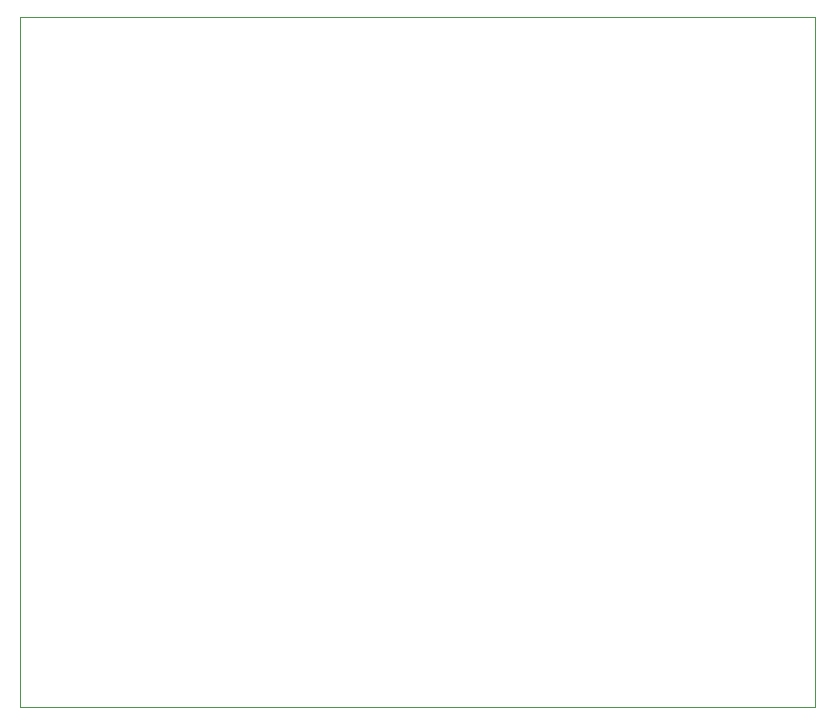
<source format=gbr>
%TF.GenerationSoftware,KiCad,Pcbnew,5.1.10-88a1d61d58~90~ubuntu20.04.1*%
%TF.CreationDate,2021-09-15T12:25:38+00:00*%
%TF.ProjectId,WifiServoBridge,57696669-5365-4727-966f-427269646765,rev?*%
%TF.SameCoordinates,Original*%
%TF.FileFunction,Profile,NP*%
%FSLAX46Y46*%
G04 Gerber Fmt 4.6, Leading zero omitted, Abs format (unit mm)*
G04 Created by KiCad (PCBNEW 5.1.10-88a1d61d58~90~ubuntu20.04.1) date 2021-09-15 12:25:38*
%MOMM*%
%LPD*%
G01*
G04 APERTURE LIST*
%TA.AperFunction,Profile*%
%ADD10C,0.050000*%
%TD*%
G04 APERTURE END LIST*
D10*
X414020000Y77470000D02*
X346710000Y77470000D01*
X414020000Y135890000D02*
X414020000Y77470000D01*
X346710000Y135890000D02*
X414020000Y135890000D01*
X346710000Y77470000D02*
X346710000Y135890000D01*
M02*

</source>
